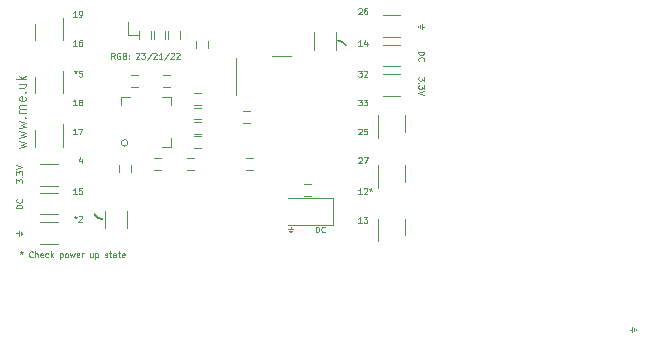
<source format=gbr>
%TF.GenerationSoftware,KiCad,Pcbnew,(6.0.2-0)*%
%TF.CreationDate,2022-02-24T08:02:05+00:00*%
%TF.ProjectId,Generic2,47656e65-7269-4633-922e-6b696361645f,1*%
%TF.SameCoordinates,Original*%
%TF.FileFunction,Legend,Top*%
%TF.FilePolarity,Positive*%
%FSLAX46Y46*%
G04 Gerber Fmt 4.6, Leading zero omitted, Abs format (unit mm)*
G04 Created by KiCad (PCBNEW (6.0.2-0)) date 2022-02-24 08:02:05*
%MOMM*%
%LPD*%
G01*
G04 APERTURE LIST*
%ADD10C,0.150000*%
%ADD11C,0.080000*%
%ADD12C,0.100000*%
%ADD13C,0.120000*%
G04 APERTURE END LIST*
D10*
X137100000Y-105900000D02*
G75*
G03*
X137800000Y-106300000I699998J412497D01*
G01*
X158400000Y-91600000D02*
G75*
G03*
X157700000Y-91193775I-700001J-400003D01*
G01*
D11*
X135576571Y-99126190D02*
X135290857Y-99126190D01*
X135433714Y-99126190D02*
X135433714Y-98626190D01*
X135386095Y-98697619D01*
X135338476Y-98745238D01*
X135290857Y-98769047D01*
X135743238Y-98626190D02*
X136076571Y-98626190D01*
X135862285Y-99126190D01*
X182640476Y-115888095D02*
X182640476Y-115411904D01*
X182783333Y-115792857D02*
X182783333Y-115507142D01*
X182426190Y-115650000D02*
X182640476Y-115650000D01*
X182926190Y-115602380D02*
X182926190Y-115697619D01*
X130976190Y-105380952D02*
X130476190Y-105380952D01*
X130476190Y-105261904D01*
X130500000Y-105190476D01*
X130547619Y-105142857D01*
X130595238Y-105119047D01*
X130690476Y-105095238D01*
X130761904Y-105095238D01*
X130857142Y-105119047D01*
X130904761Y-105142857D01*
X130952380Y-105190476D01*
X130976190Y-105261904D01*
X130976190Y-105380952D01*
X130928571Y-104595238D02*
X130952380Y-104619047D01*
X130976190Y-104690476D01*
X130976190Y-104738095D01*
X130952380Y-104809523D01*
X130904761Y-104857142D01*
X130857142Y-104880952D01*
X130761904Y-104904761D01*
X130690476Y-104904761D01*
X130595238Y-104880952D01*
X130547619Y-104857142D01*
X130500000Y-104809523D01*
X130476190Y-104738095D01*
X130476190Y-104690476D01*
X130500000Y-104619047D01*
X130523809Y-104595238D01*
X130690476Y-107738095D02*
X130690476Y-107261904D01*
X130833333Y-107642857D02*
X130833333Y-107357142D01*
X130476190Y-107500000D02*
X130690476Y-107500000D01*
X130976190Y-107452380D02*
X130976190Y-107547619D01*
X135576571Y-96676190D02*
X135290857Y-96676190D01*
X135433714Y-96676190D02*
X135433714Y-96176190D01*
X135386095Y-96247619D01*
X135338476Y-96295238D01*
X135290857Y-96319047D01*
X135862285Y-96390476D02*
X135814666Y-96366666D01*
X135790857Y-96342857D01*
X135767047Y-96295238D01*
X135767047Y-96271428D01*
X135790857Y-96223809D01*
X135814666Y-96200000D01*
X135862285Y-96176190D01*
X135957523Y-96176190D01*
X136005142Y-96200000D01*
X136028952Y-96223809D01*
X136052761Y-96271428D01*
X136052761Y-96295238D01*
X136028952Y-96342857D01*
X136005142Y-96366666D01*
X135957523Y-96390476D01*
X135862285Y-96390476D01*
X135814666Y-96414285D01*
X135790857Y-96438095D01*
X135767047Y-96485714D01*
X135767047Y-96580952D01*
X135790857Y-96628571D01*
X135814666Y-96652380D01*
X135862285Y-96676190D01*
X135957523Y-96676190D01*
X136005142Y-96652380D01*
X136028952Y-96628571D01*
X136052761Y-96580952D01*
X136052761Y-96485714D01*
X136028952Y-96438095D01*
X136005142Y-96414285D01*
X135957523Y-96390476D01*
X130476190Y-103238095D02*
X130476190Y-102928571D01*
X130666666Y-103095238D01*
X130666666Y-103023809D01*
X130690476Y-102976190D01*
X130714285Y-102952380D01*
X130761904Y-102928571D01*
X130880952Y-102928571D01*
X130928571Y-102952380D01*
X130952380Y-102976190D01*
X130976190Y-103023809D01*
X130976190Y-103166666D01*
X130952380Y-103214285D01*
X130928571Y-103238095D01*
X130928571Y-102714285D02*
X130952380Y-102690476D01*
X130976190Y-102714285D01*
X130952380Y-102738095D01*
X130928571Y-102714285D01*
X130976190Y-102714285D01*
X130476190Y-102523809D02*
X130476190Y-102214285D01*
X130666666Y-102380952D01*
X130666666Y-102309523D01*
X130690476Y-102261904D01*
X130714285Y-102238095D01*
X130761904Y-102214285D01*
X130880952Y-102214285D01*
X130928571Y-102238095D01*
X130952380Y-102261904D01*
X130976190Y-102309523D01*
X130976190Y-102452380D01*
X130952380Y-102500000D01*
X130928571Y-102523809D01*
X130476190Y-102071428D02*
X130976190Y-101904761D01*
X130476190Y-101738095D01*
X135576571Y-89176190D02*
X135290857Y-89176190D01*
X135433714Y-89176190D02*
X135433714Y-88676190D01*
X135386095Y-88747619D01*
X135338476Y-88795238D01*
X135290857Y-88819047D01*
X135814666Y-89176190D02*
X135909904Y-89176190D01*
X135957523Y-89152380D01*
X135981333Y-89128571D01*
X136028952Y-89057142D01*
X136052761Y-88961904D01*
X136052761Y-88771428D01*
X136028952Y-88723809D01*
X136005142Y-88700000D01*
X135957523Y-88676190D01*
X135862285Y-88676190D01*
X135814666Y-88700000D01*
X135790857Y-88723809D01*
X135767047Y-88771428D01*
X135767047Y-88890476D01*
X135790857Y-88938095D01*
X135814666Y-88961904D01*
X135862285Y-88985714D01*
X135957523Y-88985714D01*
X136005142Y-88961904D01*
X136028952Y-88938095D01*
X136052761Y-88890476D01*
D12*
X130886666Y-109026190D02*
X130886666Y-109145238D01*
X130767619Y-109097619D02*
X130886666Y-109145238D01*
X131005714Y-109097619D01*
X130815238Y-109240476D02*
X130886666Y-109145238D01*
X130958095Y-109240476D01*
X131862857Y-109478571D02*
X131839047Y-109502380D01*
X131767619Y-109526190D01*
X131720000Y-109526190D01*
X131648571Y-109502380D01*
X131600952Y-109454761D01*
X131577142Y-109407142D01*
X131553333Y-109311904D01*
X131553333Y-109240476D01*
X131577142Y-109145238D01*
X131600952Y-109097619D01*
X131648571Y-109050000D01*
X131720000Y-109026190D01*
X131767619Y-109026190D01*
X131839047Y-109050000D01*
X131862857Y-109073809D01*
X132077142Y-109526190D02*
X132077142Y-109026190D01*
X132291428Y-109526190D02*
X132291428Y-109264285D01*
X132267619Y-109216666D01*
X132220000Y-109192857D01*
X132148571Y-109192857D01*
X132100952Y-109216666D01*
X132077142Y-109240476D01*
X132720000Y-109502380D02*
X132672380Y-109526190D01*
X132577142Y-109526190D01*
X132529523Y-109502380D01*
X132505714Y-109454761D01*
X132505714Y-109264285D01*
X132529523Y-109216666D01*
X132577142Y-109192857D01*
X132672380Y-109192857D01*
X132720000Y-109216666D01*
X132743809Y-109264285D01*
X132743809Y-109311904D01*
X132505714Y-109359523D01*
X133172380Y-109502380D02*
X133124761Y-109526190D01*
X133029523Y-109526190D01*
X132981904Y-109502380D01*
X132958095Y-109478571D01*
X132934285Y-109430952D01*
X132934285Y-109288095D01*
X132958095Y-109240476D01*
X132981904Y-109216666D01*
X133029523Y-109192857D01*
X133124761Y-109192857D01*
X133172380Y-109216666D01*
X133386666Y-109526190D02*
X133386666Y-109026190D01*
X133434285Y-109335714D02*
X133577142Y-109526190D01*
X133577142Y-109192857D02*
X133386666Y-109383333D01*
X134172380Y-109192857D02*
X134172380Y-109692857D01*
X134172380Y-109216666D02*
X134220000Y-109192857D01*
X134315238Y-109192857D01*
X134362857Y-109216666D01*
X134386666Y-109240476D01*
X134410476Y-109288095D01*
X134410476Y-109430952D01*
X134386666Y-109478571D01*
X134362857Y-109502380D01*
X134315238Y-109526190D01*
X134220000Y-109526190D01*
X134172380Y-109502380D01*
X134696190Y-109526190D02*
X134648571Y-109502380D01*
X134624761Y-109478571D01*
X134600952Y-109430952D01*
X134600952Y-109288095D01*
X134624761Y-109240476D01*
X134648571Y-109216666D01*
X134696190Y-109192857D01*
X134767619Y-109192857D01*
X134815238Y-109216666D01*
X134839047Y-109240476D01*
X134862857Y-109288095D01*
X134862857Y-109430952D01*
X134839047Y-109478571D01*
X134815238Y-109502380D01*
X134767619Y-109526190D01*
X134696190Y-109526190D01*
X135029523Y-109192857D02*
X135124761Y-109526190D01*
X135220000Y-109288095D01*
X135315238Y-109526190D01*
X135410476Y-109192857D01*
X135791428Y-109502380D02*
X135743809Y-109526190D01*
X135648571Y-109526190D01*
X135600952Y-109502380D01*
X135577142Y-109454761D01*
X135577142Y-109264285D01*
X135600952Y-109216666D01*
X135648571Y-109192857D01*
X135743809Y-109192857D01*
X135791428Y-109216666D01*
X135815238Y-109264285D01*
X135815238Y-109311904D01*
X135577142Y-109359523D01*
X136029523Y-109526190D02*
X136029523Y-109192857D01*
X136029523Y-109288095D02*
X136053333Y-109240476D01*
X136077142Y-109216666D01*
X136124761Y-109192857D01*
X136172380Y-109192857D01*
X136934285Y-109192857D02*
X136934285Y-109526190D01*
X136720000Y-109192857D02*
X136720000Y-109454761D01*
X136743809Y-109502380D01*
X136791428Y-109526190D01*
X136862857Y-109526190D01*
X136910476Y-109502380D01*
X136934285Y-109478571D01*
X137172380Y-109192857D02*
X137172380Y-109692857D01*
X137172380Y-109216666D02*
X137220000Y-109192857D01*
X137315238Y-109192857D01*
X137362857Y-109216666D01*
X137386666Y-109240476D01*
X137410476Y-109288095D01*
X137410476Y-109430952D01*
X137386666Y-109478571D01*
X137362857Y-109502380D01*
X137315238Y-109526190D01*
X137220000Y-109526190D01*
X137172380Y-109502380D01*
X137981904Y-109502380D02*
X138029523Y-109526190D01*
X138124761Y-109526190D01*
X138172380Y-109502380D01*
X138196190Y-109454761D01*
X138196190Y-109430952D01*
X138172380Y-109383333D01*
X138124761Y-109359523D01*
X138053333Y-109359523D01*
X138005714Y-109335714D01*
X137981904Y-109288095D01*
X137981904Y-109264285D01*
X138005714Y-109216666D01*
X138053333Y-109192857D01*
X138124761Y-109192857D01*
X138172380Y-109216666D01*
X138339047Y-109192857D02*
X138529523Y-109192857D01*
X138410476Y-109026190D02*
X138410476Y-109454761D01*
X138434285Y-109502380D01*
X138481904Y-109526190D01*
X138529523Y-109526190D01*
X138910476Y-109526190D02*
X138910476Y-109264285D01*
X138886666Y-109216666D01*
X138839047Y-109192857D01*
X138743809Y-109192857D01*
X138696190Y-109216666D01*
X138910476Y-109502380D02*
X138862857Y-109526190D01*
X138743809Y-109526190D01*
X138696190Y-109502380D01*
X138672380Y-109454761D01*
X138672380Y-109407142D01*
X138696190Y-109359523D01*
X138743809Y-109335714D01*
X138862857Y-109335714D01*
X138910476Y-109311904D01*
X139077142Y-109192857D02*
X139267619Y-109192857D01*
X139148571Y-109026190D02*
X139148571Y-109454761D01*
X139172380Y-109502380D01*
X139220000Y-109526190D01*
X139267619Y-109526190D01*
X139624761Y-109502380D02*
X139577142Y-109526190D01*
X139481904Y-109526190D01*
X139434285Y-109502380D01*
X139410476Y-109454761D01*
X139410476Y-109264285D01*
X139434285Y-109216666D01*
X139481904Y-109192857D01*
X139577142Y-109192857D01*
X139624761Y-109216666D01*
X139648571Y-109264285D01*
X139648571Y-109311904D01*
X139410476Y-109359523D01*
D11*
X135576571Y-91626190D02*
X135290857Y-91626190D01*
X135433714Y-91626190D02*
X135433714Y-91126190D01*
X135386095Y-91197619D01*
X135338476Y-91245238D01*
X135290857Y-91269047D01*
X136005142Y-91126190D02*
X135909904Y-91126190D01*
X135862285Y-91150000D01*
X135838476Y-91173809D01*
X135790857Y-91245238D01*
X135767047Y-91340476D01*
X135767047Y-91530952D01*
X135790857Y-91578571D01*
X135814666Y-91602380D01*
X135862285Y-91626190D01*
X135957523Y-91626190D01*
X136005142Y-91602380D01*
X136028952Y-91578571D01*
X136052761Y-91530952D01*
X136052761Y-91411904D01*
X136028952Y-91364285D01*
X136005142Y-91340476D01*
X135957523Y-91316666D01*
X135862285Y-91316666D01*
X135814666Y-91340476D01*
X135790857Y-91364285D01*
X135767047Y-91411904D01*
X138792857Y-92726190D02*
X138626190Y-92488095D01*
X138507142Y-92726190D02*
X138507142Y-92226190D01*
X138697619Y-92226190D01*
X138745238Y-92250000D01*
X138769047Y-92273809D01*
X138792857Y-92321428D01*
X138792857Y-92392857D01*
X138769047Y-92440476D01*
X138745238Y-92464285D01*
X138697619Y-92488095D01*
X138507142Y-92488095D01*
X139269047Y-92250000D02*
X139221428Y-92226190D01*
X139150000Y-92226190D01*
X139078571Y-92250000D01*
X139030952Y-92297619D01*
X139007142Y-92345238D01*
X138983333Y-92440476D01*
X138983333Y-92511904D01*
X139007142Y-92607142D01*
X139030952Y-92654761D01*
X139078571Y-92702380D01*
X139150000Y-92726190D01*
X139197619Y-92726190D01*
X139269047Y-92702380D01*
X139292857Y-92678571D01*
X139292857Y-92511904D01*
X139197619Y-92511904D01*
X139673809Y-92464285D02*
X139745238Y-92488095D01*
X139769047Y-92511904D01*
X139792857Y-92559523D01*
X139792857Y-92630952D01*
X139769047Y-92678571D01*
X139745238Y-92702380D01*
X139697619Y-92726190D01*
X139507142Y-92726190D01*
X139507142Y-92226190D01*
X139673809Y-92226190D01*
X139721428Y-92250000D01*
X139745238Y-92273809D01*
X139769047Y-92321428D01*
X139769047Y-92369047D01*
X139745238Y-92416666D01*
X139721428Y-92440476D01*
X139673809Y-92464285D01*
X139507142Y-92464285D01*
X140007142Y-92678571D02*
X140030952Y-92702380D01*
X140007142Y-92726190D01*
X139983333Y-92702380D01*
X140007142Y-92678571D01*
X140007142Y-92726190D01*
X140007142Y-92416666D02*
X140030952Y-92440476D01*
X140007142Y-92464285D01*
X139983333Y-92440476D01*
X140007142Y-92416666D01*
X140007142Y-92464285D01*
X140602380Y-92273809D02*
X140626190Y-92250000D01*
X140673809Y-92226190D01*
X140792857Y-92226190D01*
X140840476Y-92250000D01*
X140864285Y-92273809D01*
X140888095Y-92321428D01*
X140888095Y-92369047D01*
X140864285Y-92440476D01*
X140578571Y-92726190D01*
X140888095Y-92726190D01*
X141054761Y-92226190D02*
X141364285Y-92226190D01*
X141197619Y-92416666D01*
X141269047Y-92416666D01*
X141316666Y-92440476D01*
X141340476Y-92464285D01*
X141364285Y-92511904D01*
X141364285Y-92630952D01*
X141340476Y-92678571D01*
X141316666Y-92702380D01*
X141269047Y-92726190D01*
X141126190Y-92726190D01*
X141078571Y-92702380D01*
X141054761Y-92678571D01*
X141935714Y-92202380D02*
X141507142Y-92845238D01*
X142078571Y-92273809D02*
X142102380Y-92250000D01*
X142150000Y-92226190D01*
X142269047Y-92226190D01*
X142316666Y-92250000D01*
X142340476Y-92273809D01*
X142364285Y-92321428D01*
X142364285Y-92369047D01*
X142340476Y-92440476D01*
X142054761Y-92726190D01*
X142364285Y-92726190D01*
X142840476Y-92726190D02*
X142554761Y-92726190D01*
X142697619Y-92726190D02*
X142697619Y-92226190D01*
X142650000Y-92297619D01*
X142602380Y-92345238D01*
X142554761Y-92369047D01*
X143411904Y-92202380D02*
X142983333Y-92845238D01*
X143554761Y-92273809D02*
X143578571Y-92250000D01*
X143626190Y-92226190D01*
X143745238Y-92226190D01*
X143792857Y-92250000D01*
X143816666Y-92273809D01*
X143840476Y-92321428D01*
X143840476Y-92369047D01*
X143816666Y-92440476D01*
X143530952Y-92726190D01*
X143840476Y-92726190D01*
X144030952Y-92273809D02*
X144054761Y-92250000D01*
X144102380Y-92226190D01*
X144221428Y-92226190D01*
X144269047Y-92250000D01*
X144292857Y-92273809D01*
X144316666Y-92321428D01*
X144316666Y-92369047D01*
X144292857Y-92440476D01*
X144007142Y-92726190D01*
X144316666Y-92726190D01*
D12*
X130728571Y-100285714D02*
X131261904Y-100133333D01*
X130880952Y-99980952D01*
X131261904Y-99828571D01*
X130728571Y-99676190D01*
X130728571Y-99447619D02*
X131261904Y-99295238D01*
X130880952Y-99142857D01*
X131261904Y-98990476D01*
X130728571Y-98838095D01*
X130728571Y-98609523D02*
X131261904Y-98457142D01*
X130880952Y-98304761D01*
X131261904Y-98152380D01*
X130728571Y-98000000D01*
X131185714Y-97695238D02*
X131223809Y-97657142D01*
X131261904Y-97695238D01*
X131223809Y-97733333D01*
X131185714Y-97695238D01*
X131261904Y-97695238D01*
X131261904Y-97314285D02*
X130728571Y-97314285D01*
X130804761Y-97314285D02*
X130766666Y-97276190D01*
X130728571Y-97200000D01*
X130728571Y-97085714D01*
X130766666Y-97009523D01*
X130842857Y-96971428D01*
X131261904Y-96971428D01*
X130842857Y-96971428D02*
X130766666Y-96933333D01*
X130728571Y-96857142D01*
X130728571Y-96742857D01*
X130766666Y-96666666D01*
X130842857Y-96628571D01*
X131261904Y-96628571D01*
X131223809Y-95942857D02*
X131261904Y-96019047D01*
X131261904Y-96171428D01*
X131223809Y-96247619D01*
X131147619Y-96285714D01*
X130842857Y-96285714D01*
X130766666Y-96247619D01*
X130728571Y-96171428D01*
X130728571Y-96019047D01*
X130766666Y-95942857D01*
X130842857Y-95904761D01*
X130919047Y-95904761D01*
X130995238Y-96285714D01*
X131185714Y-95561904D02*
X131223809Y-95523809D01*
X131261904Y-95561904D01*
X131223809Y-95600000D01*
X131185714Y-95561904D01*
X131261904Y-95561904D01*
X130728571Y-94838095D02*
X131261904Y-94838095D01*
X130728571Y-95180952D02*
X131147619Y-95180952D01*
X131223809Y-95142857D01*
X131261904Y-95066666D01*
X131261904Y-94952380D01*
X131223809Y-94876190D01*
X131185714Y-94838095D01*
X131261904Y-94457142D02*
X130461904Y-94457142D01*
X130957142Y-94380952D02*
X131261904Y-94152380D01*
X130728571Y-94152380D02*
X131033333Y-94457142D01*
D11*
X153461904Y-107140476D02*
X153938095Y-107140476D01*
X153557142Y-107283333D02*
X153842857Y-107283333D01*
X153700000Y-106926190D02*
X153700000Y-107140476D01*
X153747619Y-107426190D02*
X153652380Y-107426190D01*
X159447238Y-101123809D02*
X159471047Y-101100000D01*
X159518666Y-101076190D01*
X159637714Y-101076190D01*
X159685333Y-101100000D01*
X159709142Y-101123809D01*
X159732952Y-101171428D01*
X159732952Y-101219047D01*
X159709142Y-101290476D01*
X159423428Y-101576190D01*
X159732952Y-101576190D01*
X159899619Y-101076190D02*
X160232952Y-101076190D01*
X160018666Y-101576190D01*
X135481333Y-106026190D02*
X135481333Y-106145238D01*
X135362285Y-106097619D02*
X135481333Y-106145238D01*
X135600380Y-106097619D01*
X135409904Y-106240476D02*
X135481333Y-106145238D01*
X135552761Y-106240476D01*
X135767047Y-106073809D02*
X135790857Y-106050000D01*
X135838476Y-106026190D01*
X135957523Y-106026190D01*
X136005142Y-106050000D01*
X136028952Y-106073809D01*
X136052761Y-106121428D01*
X136052761Y-106169047D01*
X136028952Y-106240476D01*
X135743238Y-106526190D01*
X136052761Y-106526190D01*
X165023809Y-94261904D02*
X165023809Y-94571428D01*
X164833333Y-94404761D01*
X164833333Y-94476190D01*
X164809523Y-94523809D01*
X164785714Y-94547619D01*
X164738095Y-94571428D01*
X164619047Y-94571428D01*
X164571428Y-94547619D01*
X164547619Y-94523809D01*
X164523809Y-94476190D01*
X164523809Y-94333333D01*
X164547619Y-94285714D01*
X164571428Y-94261904D01*
X164571428Y-94785714D02*
X164547619Y-94809523D01*
X164523809Y-94785714D01*
X164547619Y-94761904D01*
X164571428Y-94785714D01*
X164523809Y-94785714D01*
X165023809Y-94976190D02*
X165023809Y-95285714D01*
X164833333Y-95119047D01*
X164833333Y-95190476D01*
X164809523Y-95238095D01*
X164785714Y-95261904D01*
X164738095Y-95285714D01*
X164619047Y-95285714D01*
X164571428Y-95261904D01*
X164547619Y-95238095D01*
X164523809Y-95190476D01*
X164523809Y-95047619D01*
X164547619Y-95000000D01*
X164571428Y-94976190D01*
X165023809Y-95428571D02*
X164523809Y-95595238D01*
X165023809Y-95761904D01*
X155819047Y-107426190D02*
X155819047Y-106926190D01*
X155938095Y-106926190D01*
X156009523Y-106950000D01*
X156057142Y-106997619D01*
X156080952Y-107045238D01*
X156104761Y-107140476D01*
X156104761Y-107211904D01*
X156080952Y-107307142D01*
X156057142Y-107354761D01*
X156009523Y-107402380D01*
X155938095Y-107426190D01*
X155819047Y-107426190D01*
X156604761Y-107378571D02*
X156580952Y-107402380D01*
X156509523Y-107426190D01*
X156461904Y-107426190D01*
X156390476Y-107402380D01*
X156342857Y-107354761D01*
X156319047Y-107307142D01*
X156295238Y-107211904D01*
X156295238Y-107140476D01*
X156319047Y-107045238D01*
X156342857Y-106997619D01*
X156390476Y-106950000D01*
X156461904Y-106926190D01*
X156509523Y-106926190D01*
X156580952Y-106950000D01*
X156604761Y-106973809D01*
X135481333Y-93726190D02*
X135481333Y-93845238D01*
X135362285Y-93797619D02*
X135481333Y-93845238D01*
X135600380Y-93797619D01*
X135409904Y-93940476D02*
X135481333Y-93845238D01*
X135552761Y-93940476D01*
X136028952Y-93726190D02*
X135790857Y-93726190D01*
X135767047Y-93964285D01*
X135790857Y-93940476D01*
X135838476Y-93916666D01*
X135957523Y-93916666D01*
X136005142Y-93940476D01*
X136028952Y-93964285D01*
X136052761Y-94011904D01*
X136052761Y-94130952D01*
X136028952Y-94178571D01*
X136005142Y-94202380D01*
X135957523Y-94226190D01*
X135838476Y-94226190D01*
X135790857Y-94202380D01*
X135767047Y-94178571D01*
X159732952Y-104176190D02*
X159447238Y-104176190D01*
X159590095Y-104176190D02*
X159590095Y-103676190D01*
X159542476Y-103747619D01*
X159494857Y-103795238D01*
X159447238Y-103819047D01*
X159923428Y-103723809D02*
X159947238Y-103700000D01*
X159994857Y-103676190D01*
X160113904Y-103676190D01*
X160161523Y-103700000D01*
X160185333Y-103723809D01*
X160209142Y-103771428D01*
X160209142Y-103819047D01*
X160185333Y-103890476D01*
X159899619Y-104176190D01*
X160209142Y-104176190D01*
X160494857Y-103676190D02*
X160494857Y-103795238D01*
X160375809Y-103747619D02*
X160494857Y-103795238D01*
X160613904Y-103747619D01*
X160423428Y-103890476D02*
X160494857Y-103795238D01*
X160566285Y-103890476D01*
X164809523Y-89761904D02*
X164809523Y-90238095D01*
X164666666Y-89857142D02*
X164666666Y-90142857D01*
X165023809Y-90000000D02*
X164809523Y-90000000D01*
X164523809Y-90047619D02*
X164523809Y-89952380D01*
X159447238Y-98673809D02*
X159471047Y-98650000D01*
X159518666Y-98626190D01*
X159637714Y-98626190D01*
X159685333Y-98650000D01*
X159709142Y-98673809D01*
X159732952Y-98721428D01*
X159732952Y-98769047D01*
X159709142Y-98840476D01*
X159423428Y-99126190D01*
X159732952Y-99126190D01*
X160185333Y-98626190D02*
X159947238Y-98626190D01*
X159923428Y-98864285D01*
X159947238Y-98840476D01*
X159994857Y-98816666D01*
X160113904Y-98816666D01*
X160161523Y-98840476D01*
X160185333Y-98864285D01*
X160209142Y-98911904D01*
X160209142Y-99030952D01*
X160185333Y-99078571D01*
X160161523Y-99102380D01*
X160113904Y-99126190D01*
X159994857Y-99126190D01*
X159947238Y-99102380D01*
X159923428Y-99078571D01*
X135576571Y-104176190D02*
X135290857Y-104176190D01*
X135433714Y-104176190D02*
X135433714Y-103676190D01*
X135386095Y-103747619D01*
X135338476Y-103795238D01*
X135290857Y-103819047D01*
X136028952Y-103676190D02*
X135790857Y-103676190D01*
X135767047Y-103914285D01*
X135790857Y-103890476D01*
X135838476Y-103866666D01*
X135957523Y-103866666D01*
X136005142Y-103890476D01*
X136028952Y-103914285D01*
X136052761Y-103961904D01*
X136052761Y-104080952D01*
X136028952Y-104128571D01*
X136005142Y-104152380D01*
X135957523Y-104176190D01*
X135838476Y-104176190D01*
X135790857Y-104152380D01*
X135767047Y-104128571D01*
X159423428Y-93726190D02*
X159732952Y-93726190D01*
X159566285Y-93916666D01*
X159637714Y-93916666D01*
X159685333Y-93940476D01*
X159709142Y-93964285D01*
X159732952Y-94011904D01*
X159732952Y-94130952D01*
X159709142Y-94178571D01*
X159685333Y-94202380D01*
X159637714Y-94226190D01*
X159494857Y-94226190D01*
X159447238Y-94202380D01*
X159423428Y-94178571D01*
X159923428Y-93773809D02*
X159947238Y-93750000D01*
X159994857Y-93726190D01*
X160113904Y-93726190D01*
X160161523Y-93750000D01*
X160185333Y-93773809D01*
X160209142Y-93821428D01*
X160209142Y-93869047D01*
X160185333Y-93940476D01*
X159899619Y-94226190D01*
X160209142Y-94226190D01*
X159732952Y-91626190D02*
X159447238Y-91626190D01*
X159590095Y-91626190D02*
X159590095Y-91126190D01*
X159542476Y-91197619D01*
X159494857Y-91245238D01*
X159447238Y-91269047D01*
X160161523Y-91292857D02*
X160161523Y-91626190D01*
X160042476Y-91102380D02*
X159923428Y-91459523D01*
X160232952Y-91459523D01*
X136005142Y-101242857D02*
X136005142Y-101576190D01*
X135886095Y-101052380D02*
X135767047Y-101409523D01*
X136076571Y-101409523D01*
X159447238Y-88473809D02*
X159471047Y-88450000D01*
X159518666Y-88426190D01*
X159637714Y-88426190D01*
X159685333Y-88450000D01*
X159709142Y-88473809D01*
X159732952Y-88521428D01*
X159732952Y-88569047D01*
X159709142Y-88640476D01*
X159423428Y-88926190D01*
X159732952Y-88926190D01*
X160161523Y-88426190D02*
X160066285Y-88426190D01*
X160018666Y-88450000D01*
X159994857Y-88473809D01*
X159947238Y-88545238D01*
X159923428Y-88640476D01*
X159923428Y-88830952D01*
X159947238Y-88878571D01*
X159971047Y-88902380D01*
X160018666Y-88926190D01*
X160113904Y-88926190D01*
X160161523Y-88902380D01*
X160185333Y-88878571D01*
X160209142Y-88830952D01*
X160209142Y-88711904D01*
X160185333Y-88664285D01*
X160161523Y-88640476D01*
X160113904Y-88616666D01*
X160018666Y-88616666D01*
X159971047Y-88640476D01*
X159947238Y-88664285D01*
X159923428Y-88711904D01*
X164523809Y-92119047D02*
X165023809Y-92119047D01*
X165023809Y-92238095D01*
X165000000Y-92309523D01*
X164952380Y-92357142D01*
X164904761Y-92380952D01*
X164809523Y-92404761D01*
X164738095Y-92404761D01*
X164642857Y-92380952D01*
X164595238Y-92357142D01*
X164547619Y-92309523D01*
X164523809Y-92238095D01*
X164523809Y-92119047D01*
X164571428Y-92904761D02*
X164547619Y-92880952D01*
X164523809Y-92809523D01*
X164523809Y-92761904D01*
X164547619Y-92690476D01*
X164595238Y-92642857D01*
X164642857Y-92619047D01*
X164738095Y-92595238D01*
X164809523Y-92595238D01*
X164904761Y-92619047D01*
X164952380Y-92642857D01*
X165000000Y-92690476D01*
X165023809Y-92761904D01*
X165023809Y-92809523D01*
X165000000Y-92880952D01*
X164976190Y-92904761D01*
X159732952Y-106626190D02*
X159447238Y-106626190D01*
X159590095Y-106626190D02*
X159590095Y-106126190D01*
X159542476Y-106197619D01*
X159494857Y-106245238D01*
X159447238Y-106269047D01*
X159899619Y-106126190D02*
X160209142Y-106126190D01*
X160042476Y-106316666D01*
X160113904Y-106316666D01*
X160161523Y-106340476D01*
X160185333Y-106364285D01*
X160209142Y-106411904D01*
X160209142Y-106530952D01*
X160185333Y-106578571D01*
X160161523Y-106602380D01*
X160113904Y-106626190D01*
X159971047Y-106626190D01*
X159923428Y-106602380D01*
X159899619Y-106578571D01*
X159423428Y-96176190D02*
X159732952Y-96176190D01*
X159566285Y-96366666D01*
X159637714Y-96366666D01*
X159685333Y-96390476D01*
X159709142Y-96414285D01*
X159732952Y-96461904D01*
X159732952Y-96580952D01*
X159709142Y-96628571D01*
X159685333Y-96652380D01*
X159637714Y-96676190D01*
X159494857Y-96676190D01*
X159447238Y-96652380D01*
X159423428Y-96628571D01*
X159899619Y-96176190D02*
X160209142Y-96176190D01*
X160042476Y-96366666D01*
X160113904Y-96366666D01*
X160161523Y-96390476D01*
X160185333Y-96414285D01*
X160209142Y-96461904D01*
X160209142Y-96580952D01*
X160185333Y-96628571D01*
X160161523Y-96652380D01*
X160113904Y-96676190D01*
X159971047Y-96676190D01*
X159923428Y-96652380D01*
X159899619Y-96628571D01*
D13*
%TO.C,R4*%
X143100000Y-91008217D02*
X143100000Y-90408217D01*
X142100000Y-91008217D02*
X142100000Y-90408217D01*
%TO.C,D2*%
X157325000Y-104515000D02*
X153440000Y-104515000D01*
X153440000Y-106785000D02*
X157325000Y-106785000D01*
X157325000Y-106785000D02*
X157325000Y-104515000D01*
%TO.C,C1*%
X142150000Y-101150000D02*
X142750000Y-101150000D01*
X142150000Y-102150000D02*
X142750000Y-102150000D01*
%TO.C,R8*%
X150525000Y-102150000D02*
X149925000Y-102150000D01*
X150525000Y-101150000D02*
X149925000Y-101150000D01*
%TO.C,D4*%
X132090000Y-94250000D02*
X132090000Y-95650000D01*
X134410000Y-95650000D02*
X134410000Y-93750000D01*
%TO.C,D3*%
X132090000Y-98750000D02*
X132090000Y-100150000D01*
X134410000Y-100150000D02*
X134410000Y-98250000D01*
%TO.C,R7*%
X145550000Y-101150000D02*
X144950000Y-101150000D01*
X145550000Y-102150000D02*
X144950000Y-102150000D01*
%TO.C,R9*%
X146100000Y-97850000D02*
X145500000Y-97850000D01*
X146100000Y-96850000D02*
X145500000Y-96850000D01*
%TO.C,R10*%
X145500000Y-99050000D02*
X146100000Y-99050000D01*
X145500000Y-98050000D02*
X146100000Y-98050000D01*
%TO.C,D1*%
X139900000Y-89608217D02*
X139900000Y-90708217D01*
X139900000Y-90708217D02*
X140900000Y-90708217D01*
%TO.C,R2*%
X140900000Y-91008217D02*
X140900000Y-90408217D01*
X141900000Y-91008217D02*
X141900000Y-90408217D01*
%TO.C,R3*%
X143300000Y-91008217D02*
X143300000Y-90408217D01*
X144300000Y-91008217D02*
X144300000Y-90408217D01*
%TO.C,C4*%
X155400000Y-103350000D02*
X154800000Y-103350000D01*
X155400000Y-104350000D02*
X154800000Y-104350000D01*
%TO.C,C2*%
X146100000Y-96650000D02*
X145500000Y-96650000D01*
X146100000Y-95650000D02*
X145500000Y-95650000D01*
%TO.C,C3*%
X146100000Y-100250000D02*
X145500000Y-100250000D01*
X146100000Y-99250000D02*
X145500000Y-99250000D01*
%TO.C,R1*%
X140200000Y-102325000D02*
X140200000Y-101725000D01*
X139200000Y-102325000D02*
X139200000Y-101725000D01*
%TO.C,D8*%
X161090000Y-101750000D02*
X161090000Y-103650000D01*
X163410000Y-103150000D02*
X163410000Y-101750000D01*
%TO.C,JP4*%
X133977064Y-106550000D02*
X132522936Y-106550000D01*
X133977064Y-108370000D02*
X132522936Y-108370000D01*
%TO.C,JP6*%
X155700000Y-90485436D02*
X155700000Y-91939564D01*
X157520000Y-90485436D02*
X157520000Y-91939564D01*
%TO.C,R12*%
X150300000Y-98150000D02*
X149700000Y-98150000D01*
X150300000Y-97150000D02*
X149700000Y-97150000D01*
%TO.C,JP2*%
X138000000Y-105572936D02*
X138000000Y-107027064D01*
X139820000Y-105572936D02*
X139820000Y-107027064D01*
%TO.C,JP8*%
X161522936Y-89030000D02*
X162977064Y-89030000D01*
X161522936Y-90850000D02*
X162977064Y-90850000D01*
%TO.C,JP3*%
X133977064Y-104050000D02*
X132522936Y-104050000D01*
X133977064Y-105870000D02*
X132522936Y-105870000D01*
%TO.C,R5*%
X143500000Y-95100000D02*
X142900000Y-95100000D01*
X143500000Y-94100000D02*
X142900000Y-94100000D01*
%TO.C,JP1*%
X133977064Y-103470000D02*
X132522936Y-103470000D01*
X133977064Y-101650000D02*
X132522936Y-101650000D01*
%TO.C,D9*%
X163410000Y-107650000D02*
X163410000Y-106250000D01*
X161090000Y-106250000D02*
X161090000Y-108150000D01*
%TO.C,JP5*%
X161522936Y-94030000D02*
X162977064Y-94030000D01*
X161522936Y-95850000D02*
X162977064Y-95850000D01*
%TO.C,R6*%
X140800000Y-95100000D02*
X140200000Y-95100000D01*
X140800000Y-94100000D02*
X140200000Y-94100000D01*
%TO.C,D7*%
X163410000Y-98900000D02*
X163410000Y-97500000D01*
X161090000Y-97500000D02*
X161090000Y-99400000D01*
%TO.C,U2*%
X143560000Y-99435000D02*
X143560000Y-100160000D01*
X139340000Y-96665000D02*
X139340000Y-95940000D01*
X143560000Y-95940000D02*
X142835000Y-95940000D01*
X143560000Y-96665000D02*
X143560000Y-95940000D01*
X139340000Y-95940000D02*
X140065000Y-95940000D01*
X143560000Y-100160000D02*
X142835000Y-100160000D01*
X139932843Y-99850000D02*
G75*
G03*
X139932843Y-99850000I-282843J0D01*
G01*
%TO.C,JP7*%
X161522936Y-91530000D02*
X162977064Y-91530000D01*
X161522936Y-93350000D02*
X162977064Y-93350000D01*
%TO.C,R11*%
X146700000Y-91250000D02*
X146700000Y-91850000D01*
X145700000Y-91250000D02*
X145700000Y-91850000D01*
%TO.C,D5*%
X132090000Y-89750000D02*
X132090000Y-91150000D01*
X134410000Y-91150000D02*
X134410000Y-89250000D01*
%TO.C,U3*%
X152115000Y-92515000D02*
X153715000Y-92515000D01*
X149065000Y-95790000D02*
X149065000Y-92690000D01*
%TD*%
M02*

</source>
